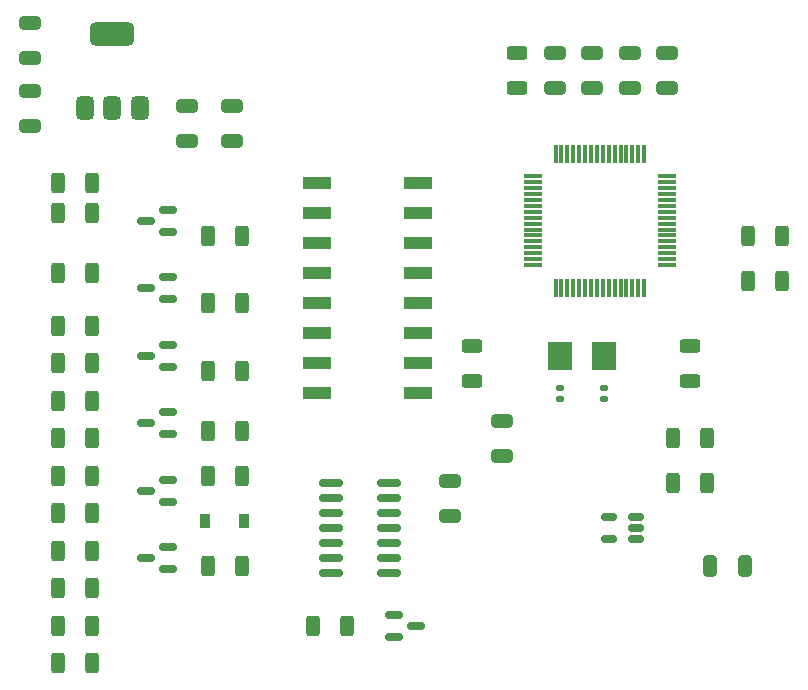
<source format=gbr>
%TF.GenerationSoftware,KiCad,Pcbnew,8.0.1*%
%TF.CreationDate,2024-04-20T00:47:07+02:00*%
%TF.ProjectId,Gotek_Floppy_Disk_Emulator_V2,476f7465-6b5f-4466-9c6f-7070795f4469,rev?*%
%TF.SameCoordinates,Original*%
%TF.FileFunction,Paste,Top*%
%TF.FilePolarity,Positive*%
%FSLAX46Y46*%
G04 Gerber Fmt 4.6, Leading zero omitted, Abs format (unit mm)*
G04 Created by KiCad (PCBNEW 8.0.1) date 2024-04-20 00:47:07*
%MOMM*%
%LPD*%
G01*
G04 APERTURE LIST*
G04 Aperture macros list*
%AMRoundRect*
0 Rectangle with rounded corners*
0 $1 Rounding radius*
0 $2 $3 $4 $5 $6 $7 $8 $9 X,Y pos of 4 corners*
0 Add a 4 corners polygon primitive as box body*
4,1,4,$2,$3,$4,$5,$6,$7,$8,$9,$2,$3,0*
0 Add four circle primitives for the rounded corners*
1,1,$1+$1,$2,$3*
1,1,$1+$1,$4,$5*
1,1,$1+$1,$6,$7*
1,1,$1+$1,$8,$9*
0 Add four rect primitives between the rounded corners*
20,1,$1+$1,$2,$3,$4,$5,0*
20,1,$1+$1,$4,$5,$6,$7,0*
20,1,$1+$1,$6,$7,$8,$9,0*
20,1,$1+$1,$8,$9,$2,$3,0*%
G04 Aperture macros list end*
%ADD10RoundRect,0.250000X-0.650000X0.325000X-0.650000X-0.325000X0.650000X-0.325000X0.650000X0.325000X0*%
%ADD11RoundRect,0.140000X-0.170000X0.140000X-0.170000X-0.140000X0.170000X-0.140000X0.170000X0.140000X0*%
%ADD12RoundRect,0.250000X0.650000X-0.325000X0.650000X0.325000X-0.650000X0.325000X-0.650000X-0.325000X0*%
%ADD13RoundRect,0.250000X-0.325000X-0.650000X0.325000X-0.650000X0.325000X0.650000X-0.325000X0.650000X0*%
%ADD14R,0.900000X1.200000*%
%ADD15RoundRect,0.150000X-0.587500X-0.150000X0.587500X-0.150000X0.587500X0.150000X-0.587500X0.150000X0*%
%ADD16RoundRect,0.150000X0.587500X0.150000X-0.587500X0.150000X-0.587500X-0.150000X0.587500X-0.150000X0*%
%ADD17RoundRect,0.250000X-0.625000X0.312500X-0.625000X-0.312500X0.625000X-0.312500X0.625000X0.312500X0*%
%ADD18RoundRect,0.250000X-0.312500X-0.625000X0.312500X-0.625000X0.312500X0.625000X-0.312500X0.625000X0*%
%ADD19RoundRect,0.250000X0.312500X0.625000X-0.312500X0.625000X-0.312500X-0.625000X0.312500X-0.625000X0*%
%ADD20R,2.440000X1.120000*%
%ADD21RoundRect,0.375000X0.375000X-0.625000X0.375000X0.625000X-0.375000X0.625000X-0.375000X-0.625000X0*%
%ADD22RoundRect,0.500000X1.400000X-0.500000X1.400000X0.500000X-1.400000X0.500000X-1.400000X-0.500000X0*%
%ADD23RoundRect,0.075000X0.075000X-0.700000X0.075000X0.700000X-0.075000X0.700000X-0.075000X-0.700000X0*%
%ADD24RoundRect,0.075000X0.700000X-0.075000X0.700000X0.075000X-0.700000X0.075000X-0.700000X-0.075000X0*%
%ADD25RoundRect,0.150000X0.512500X0.150000X-0.512500X0.150000X-0.512500X-0.150000X0.512500X-0.150000X0*%
%ADD26RoundRect,0.150000X-0.825000X-0.150000X0.825000X-0.150000X0.825000X0.150000X-0.825000X0.150000X0*%
%ADD27R,2.000000X2.400000*%
G04 APERTURE END LIST*
D10*
%TO.C,C1*%
X144780000Y-61390000D03*
X144780000Y-64340000D03*
%TD*%
%TO.C,C2*%
X137160000Y-92505000D03*
X137160000Y-95455000D03*
%TD*%
%TO.C,C4*%
X141605000Y-61390000D03*
X141605000Y-64340000D03*
%TD*%
D11*
%TO.C,C5*%
X142036800Y-89690000D03*
X142036800Y-90650000D03*
%TD*%
%TO.C,C6*%
X145796000Y-89690000D03*
X145796000Y-90650000D03*
%TD*%
D12*
%TO.C,C7*%
X97155000Y-61800000D03*
X97155000Y-58850000D03*
%TD*%
D10*
%TO.C,C8*%
X147955000Y-61390000D03*
X147955000Y-64340000D03*
%TD*%
%TO.C,C9*%
X151130000Y-61390000D03*
X151130000Y-64340000D03*
%TD*%
%TO.C,C10*%
X110490000Y-65835000D03*
X110490000Y-68785000D03*
%TD*%
%TO.C,C11*%
X114300000Y-65835000D03*
X114300000Y-68785000D03*
%TD*%
%TO.C,C12*%
X132715000Y-97585000D03*
X132715000Y-100535000D03*
%TD*%
D13*
%TO.C,C13*%
X154735000Y-104775000D03*
X157685000Y-104775000D03*
%TD*%
D14*
%TO.C,D2*%
X115315000Y-100965000D03*
X112015000Y-100965000D03*
%TD*%
D15*
%TO.C,Q1*%
X127967500Y-108905000D03*
X127967500Y-110805000D03*
X129842500Y-109855000D03*
%TD*%
D16*
%TO.C,Q2*%
X108887500Y-76515000D03*
X108887500Y-74615000D03*
X107012500Y-75565000D03*
%TD*%
%TO.C,Q3*%
X108887500Y-82230000D03*
X108887500Y-80330000D03*
X107012500Y-81280000D03*
%TD*%
%TO.C,Q4*%
X108887500Y-87945000D03*
X108887500Y-86045000D03*
X107012500Y-86995000D03*
%TD*%
%TO.C,Q5*%
X108887500Y-93660000D03*
X108887500Y-91760000D03*
X107012500Y-92710000D03*
%TD*%
%TO.C,Q6*%
X108887500Y-99375000D03*
X108887500Y-97475000D03*
X107012500Y-98425000D03*
%TD*%
%TO.C,Q7*%
X108887500Y-105090000D03*
X108887500Y-103190000D03*
X107012500Y-104140000D03*
%TD*%
D17*
%TO.C,R1*%
X134620000Y-86167500D03*
X134620000Y-89092500D03*
%TD*%
D18*
%TO.C,R2*%
X121092500Y-109855000D03*
X124017500Y-109855000D03*
%TD*%
D19*
%TO.C,R3*%
X160847500Y-76835000D03*
X157922500Y-76835000D03*
%TD*%
D18*
%TO.C,R4*%
X157922500Y-80645000D03*
X160847500Y-80645000D03*
%TD*%
%TO.C,R5*%
X151572500Y-97790000D03*
X154497500Y-97790000D03*
%TD*%
%TO.C,R6*%
X151572500Y-93980000D03*
X154497500Y-93980000D03*
%TD*%
D17*
%TO.C,R7*%
X153035000Y-86167500D03*
X153035000Y-89092500D03*
%TD*%
D19*
%TO.C,R8*%
X115127500Y-76835000D03*
X112202500Y-76835000D03*
%TD*%
%TO.C,R9*%
X115127500Y-82550000D03*
X112202500Y-82550000D03*
%TD*%
%TO.C,R11*%
X115127500Y-93345000D03*
X112202500Y-93345000D03*
%TD*%
%TO.C,R12*%
X115127500Y-97155000D03*
X112202500Y-97155000D03*
%TD*%
%TO.C,R13*%
X115127500Y-104775000D03*
X112202500Y-104775000D03*
%TD*%
D18*
%TO.C,R14*%
X99502500Y-72390000D03*
X102427500Y-72390000D03*
%TD*%
%TO.C,R15*%
X99502500Y-74930000D03*
X102427500Y-74930000D03*
%TD*%
%TO.C,R16*%
X99502500Y-80010000D03*
X102427500Y-80010000D03*
%TD*%
%TO.C,R17*%
X99502500Y-84455000D03*
X102427500Y-84455000D03*
%TD*%
%TO.C,R18*%
X99502500Y-87630000D03*
X102427500Y-87630000D03*
%TD*%
%TO.C,R19*%
X99502500Y-90805000D03*
X102427500Y-90805000D03*
%TD*%
%TO.C,R20*%
X99502500Y-93980000D03*
X102427500Y-93980000D03*
%TD*%
%TO.C,R21*%
X99502500Y-97155000D03*
X102427500Y-97155000D03*
%TD*%
%TO.C,R22*%
X99502500Y-100330000D03*
X102427500Y-100330000D03*
%TD*%
%TO.C,R23*%
X99502500Y-103505000D03*
X102427500Y-103505000D03*
%TD*%
%TO.C,R24*%
X99502500Y-106680000D03*
X102427500Y-106680000D03*
%TD*%
%TO.C,R25*%
X99502500Y-109855000D03*
X102427500Y-109855000D03*
%TD*%
%TO.C,R26*%
X99502500Y-113030000D03*
X102427500Y-113030000D03*
%TD*%
D20*
%TO.C,SW2*%
X130035000Y-90170000D03*
X130035000Y-87630000D03*
X130035000Y-85090000D03*
X130035000Y-82550000D03*
X130035000Y-80010000D03*
X130035000Y-77470000D03*
X130035000Y-74930000D03*
X130035000Y-72390000D03*
X121425000Y-72390000D03*
X121425000Y-74930000D03*
X121425000Y-77470000D03*
X121425000Y-80010000D03*
X121425000Y-82550000D03*
X121425000Y-85090000D03*
X121425000Y-87630000D03*
X121425000Y-90170000D03*
%TD*%
D21*
%TO.C,U1*%
X101840000Y-66015000D03*
X104140000Y-66015000D03*
D22*
X104140000Y-59715000D03*
D21*
X106440000Y-66015000D03*
%TD*%
D23*
%TO.C,U2*%
X141665000Y-81240000D03*
X142165000Y-81240000D03*
X142665000Y-81240000D03*
X143165000Y-81240000D03*
X143665000Y-81240000D03*
X144165000Y-81240000D03*
X144665000Y-81240000D03*
X145165000Y-81240000D03*
X145665000Y-81240000D03*
X146165000Y-81240000D03*
X146665000Y-81240000D03*
X147165000Y-81240000D03*
X147665000Y-81240000D03*
X148165000Y-81240000D03*
X148665000Y-81240000D03*
X149165000Y-81240000D03*
D24*
X151090000Y-79315000D03*
X151090000Y-78815000D03*
X151090000Y-78315000D03*
X151090000Y-77815000D03*
X151090000Y-77315000D03*
X151090000Y-76815000D03*
X151090000Y-76315000D03*
X151090000Y-75815000D03*
X151090000Y-75315000D03*
X151090000Y-74815000D03*
X151090000Y-74315000D03*
X151090000Y-73815000D03*
X151090000Y-73315000D03*
X151090000Y-72815000D03*
X151090000Y-72315000D03*
X151090000Y-71815000D03*
D23*
X149165000Y-69890000D03*
X148665000Y-69890000D03*
X148165000Y-69890000D03*
X147665000Y-69890000D03*
X147165000Y-69890000D03*
X146665000Y-69890000D03*
X146165000Y-69890000D03*
X145665000Y-69890000D03*
X145165000Y-69890000D03*
X144665000Y-69890000D03*
X144165000Y-69890000D03*
X143665000Y-69890000D03*
X143165000Y-69890000D03*
X142665000Y-69890000D03*
X142165000Y-69890000D03*
X141665000Y-69890000D03*
D24*
X139740000Y-71815000D03*
X139740000Y-72315000D03*
X139740000Y-72815000D03*
X139740000Y-73315000D03*
X139740000Y-73815000D03*
X139740000Y-74315000D03*
X139740000Y-74815000D03*
X139740000Y-75315000D03*
X139740000Y-75815000D03*
X139740000Y-76315000D03*
X139740000Y-76815000D03*
X139740000Y-77315000D03*
X139740000Y-77815000D03*
X139740000Y-78315000D03*
X139740000Y-78815000D03*
X139740000Y-79315000D03*
%TD*%
D25*
%TO.C,U3*%
X148457500Y-102550000D03*
X148457500Y-101600000D03*
X148457500Y-100650000D03*
X146182500Y-100650000D03*
X146182500Y-102550000D03*
%TD*%
D26*
%TO.C,U4*%
X122620000Y-97790000D03*
X122620000Y-99060000D03*
X122620000Y-100330000D03*
X122620000Y-101600000D03*
X122620000Y-102870000D03*
X122620000Y-104140000D03*
X122620000Y-105410000D03*
X127570000Y-105410000D03*
X127570000Y-104140000D03*
X127570000Y-102870000D03*
X127570000Y-101600000D03*
X127570000Y-100330000D03*
X127570000Y-99060000D03*
X127570000Y-97790000D03*
%TD*%
D10*
%TO.C,C3*%
X97155000Y-64565000D03*
X97155000Y-67515000D03*
%TD*%
D27*
%TO.C,Y1*%
X142066400Y-87020400D03*
X145766400Y-87020400D03*
%TD*%
D19*
%TO.C,R10*%
X115127500Y-88265000D03*
X112202500Y-88265000D03*
%TD*%
D17*
%TO.C,R27*%
X138430000Y-61402500D03*
X138430000Y-64327500D03*
%TD*%
M02*

</source>
